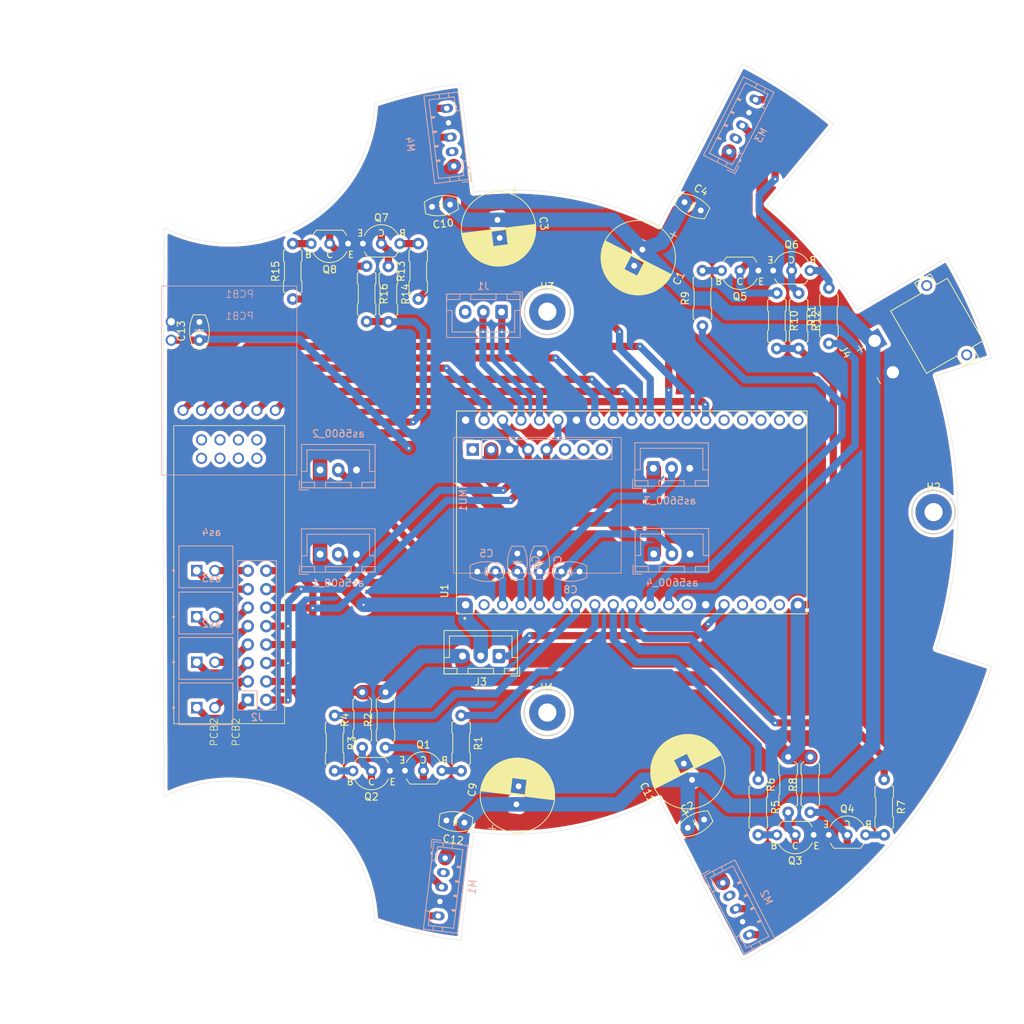
<source format=kicad_pcb>
(kicad_pcb (version 20241229) (generator "pcbnew") (generator_version "9.0")
  (layers (0 "F.Cu" signal) (2 "B.Cu" signal) (13 "F.Paste" user) (15 "B.Paste" user) (5 "F.SilkS" user "F.Silkscreen") (7 "B.SilkS" user "B.Silkscreen") (1 "F.Mask" user) (3 "B.Mask" user) (25 "Edge.Cuts" user))
  (net 0 "")
  (net 1 "+24V")
  (net 2 "GND")
  (net 3 "+5V")
  (net 4 "Net-(M1-DIR)")
  (net 5 "Net-(M1-PWM)")
  (net 6 "Net-(M2-DIR)")
  (net 7 "Net-(M2-PWM)")
  (net 8 "Net-(M3-DIR)")
  (net 9 "Net-(M3-PWM)")
  (net 10 "Net-(M4-DIR)")
  (net 11 "Net-(M4-PWM)")
  (net 12 "Net-(Q1-B)")
  (net 13 "Net-(Q2-B)")
  (net 14 "Net-(Q3-B)")
  (net 15 "Net-(Q4-B)")
  (net 16 "Net-(Q5-B)")
  (net 17 "Net-(Q6-B)")
  (net 18 "Net-(Q7-B)")
  (net 19 "Net-(Q8-B)")
  (net 20 "/esp32/M1_DIR")
  (net 21 "/esp32/M1_PWM")
  (net 22 "/esp32/M2_DIR")
  (net 23 "/esp32/M2_PWM")
  (net 24 "/esp32/M3_DIR")
  (net 25 "/esp32/M3_PWM")
  (net 26 "/esp32/M1_ENC")
  (net 27 "/esp32/M4_DIR")
  (net 28 "/esp32/M4_PWM")
  (net 29 "/esp32/M2_ENC")
  (net 32 "/esp32/M3_ENC")
  (net 33 "/esp32/RADIO.CLK")
  (net 35 "/esp32/M4_ENC")
  (net 36 "/esp32/RADIO.CS")
  (net 37 "/esp32/RADIO.MISO")
  (net 39 "/esp32/I2C.SCL")
  (net 42 "/esp32/RADIO.MOSI")
  (net 44 "+3.3V")
  (net 49 "/esp32/I2C.SDA")
  (net 51 "/esp32/KICKER_EN")
  (net 52 "/esp32/KICKER_PWM")
  (net 53 "/esp32/V_{MON}")
  (net 58 "Net-(PCB1-MISO)")
  (net 59 "Net-(PCB1-SCK)")
  (net 60 "Net-(PCB1-IRQ)")
  (net 61 "/esp32/RADIO.CE")
  (net 62 "Net-(PCB1-MOSI)")
  (net 63 "Net-(PCB1-VCC_{out})")
  (net 64 "Net-(PCB1-CSN)")
  (net 65 "/esp32/RADIO.IRQ")
  (net 66 "Net-(PCB1-GND_{out})")
  (net 67 "Net-(PCB1-CE)")
  (net 70 "/esp32/Blink_IO")
  (net 71 "Net-(J2-Pin_1)")
  (net 72 "Net-(J2-Pin_3)")
  (net 73 "Net-(J2-Pin_7)")
  (net 74 "Net-(J2-Pin_5)")
  (net 75 "Net-(J2-Pin_11)")
  (net 76 "Net-(J2-Pin_9)")
  (net 77 "Net-(J2-Pin_13)")
  (net 78 "Net-(J2-Pin_15)")
  (footprint "PCM_Resistor_THT_AKL:R_Axial_DIN0207_L6.3mm_D2.5mm_P7.62mm_Horizontal" (layer "F.Cu") (at 95 61.1632 -90)
    (property "Reference" "R16")
    (property "Value" "10k" (hide yes))
  )
  (footprint "Oxebots:AMASS_XT30PW-M" (layer "F.Cu") (at 174.8 68.6 -60)
    (property "Reference" "J4")
    (property "Value" "XT30PW-M")
  )
  (footprint "MountingHole:MountingHole_2.5mm_Pad_TopBottom" (layer "F.Cu") (at 119.8621 122.5746)
    (property "Reference" "H1")
    (property "Value" "MountingHole")
  )
  (footprint "PCM_Resistor_THT_AKL:R_Axial_DIN0207_L6.3mm_D2.5mm_P7.62mm_Horizontal" (layer "F.Cu") (at 158.6 71.8 90)
    (property "Reference" "R11")
    (property "Value" "10k" (hide yes))
  )
  (footprint "PCM_Package_TO_SOT_THT_AKL:TO-92_Inline_Wide_ECB" (layer "F.Cu") (at 156.4972 139.4 180)
    (property "Reference" "Q3")
    (property "Value" "2SC945" (hide yes))
  )
  (footprint "PCM_Capacitor_THT_AKL:C_Disc_D5.0mm_W2.5mm_P2.50mm" (layer "F.Cu") (at 138.7406 52.3622 -27)
    (property "Reference" "C4")
    (property "Value" "100 nF" (hide yes))
  )
  (footprint "PCM_Capacitor_THT_AKL:C_Disc_D5.0mm_W2.5mm_P2.50mm" (layer "F.Cu") (at 139.192 138.43 27)
    (property "Reference" "C2")
    (property "Value" "100 nF" (hide yes))
  )
  (footprint "PCM_Resistor_THT_AKL:R_Axial_DIN0207_L6.3mm_D2.5mm_P7.62mm_Horizontal" (layer "F.Cu") (at 94.4 127.4 90)
    (property "Reference" "R4")
    (property "Value" "10k" (hide yes))
  )
  (footprint "PCM_Package_TO_SOT_THT_AKL:TO-92_Inline_Wide_ECB" (layer "F.Cu") (at 148.8948 61.7728 180)
    (property "Reference" "Q5")
    (property "Value" "2SC945" (hide yes))
  )
  (footprint "PCM_Resistor_THT_AKL:R_Axial_DIN0207_L6.3mm_D2.5mm_P7.62mm_Horizontal" (layer "F.Cu") (at 97.6 127.4 90)
    (property "Reference" "R2")
    (property "Value" "10k" (hide yes))
  )
  (footprint "PCM_Resistor_THT_AKL:R_Axial_DIN0207_L6.3mm_D2.5mm_P7.62mm_Horizontal" (layer "F.Cu") (at 148.8772 131.78 -90)
    (property "Reference" "R5")
    (property "Value" "10k" (hide yes))
  )
  (footprint "PCM_Resistor_THT_AKL:R_Axial_DIN0207_L6.3mm_D2.5mm_P7.62mm_Horizontal" (layer "F.Cu") (at 152.992 136.3012 90)
    (property "Reference" "R6")
    (property "Value" "10k" (hide yes))
  )
  (footprint "PCM_Capacitor_THT_AKL:C_Disc_D5.0mm_W2.5mm_P2.50mm" (layer "F.Cu") (at 72 71.3476 90)
    (property "Reference" "C13")
    (property "Value" "100 nF" (hide yes))
  )
  (footprint "PCM_Resistor_THT_AKL:R_Axial_DIN0207_L6.3mm_D2.5mm_P7.62mm_Horizontal" (layer "F.Cu") (at 166.2 131.78 -90)
    (property "Reference" "R7")
    (property "Value" "10k" (hide yes))
  )
  (footprint "Connector_JST:JST_XH_B3B-XH-A_1x03_P2.50mm_Vertical" (layer "F.Cu") (at 113.2 114.8 180)
    (property "Reference" "J3")
    (property "Value" "JST_XH_B3B")
  )
  (footprint "PCM_Resistor_THT_AKL:R_Axial_DIN0207_L6.3mm_D2.5mm_P7.62mm_Horizontal" (layer "F.Cu") (at 151.4348 64.8716 -90)
    (property "Reference" "R10")
    (property "Value" "10k" (hide yes))
  )
  (footprint "PCM_Resistor_THT_AKL:R_Axial_DIN0207_L6.3mm_D2.5mm_P7.62mm_Horizontal" (layer "F.Cu") (at 84.836 65.6844 90)
    (property "Reference" "R15")
    (property "Value" "10k" (hide yes))
  )
  (footprint "Capacitor_THT:CP_Radial_D10.0mm_P2.50mm" (layer "F.Cu") (at 115.6 135.2 83)
    (property "Reference" "C9")
    (property "Value" "47uF")
  )
  (footprint "Oxebots:NRF24L01" (layer "F.Cu") (at 76.0987 103.6063 -90)
    (property "Reference" "PCB2")
    (property "Value" "~")
  )
  (footprint "PCM_Resistor_THT_AKL:R_Axial_DIN0207_L6.3mm_D2.5mm_P7.62mm_Horizontal" (layer "F.Cu") (at 141.2 69.4 90)
    (property "Reference" "R9")
    (property "Value" "10k" (hide yes))
  )
  (footprint "PCM_Package_TO_SOT_THT_AKL:TO-92_Inline_Wide_ECB" (layer "F.Cu") (at 150.9268 61.7728)
    (property "Reference" "Q6")
    (property "Value" "2SC945" (hide yes))
  )
  (footprint "PCM_Resistor_THT_AKL:R_Axial_DIN0207_L6.3mm_D2.5mm_P7.62mm_Horizontal" (layer "F.Cu") (at 102.108 65.6844 90)
    (property "Reference" "R13")
    (property "Value" "10k" (hide yes))
  )
  (footprint "Capacitor_THT:CP_Radial_D10.0mm_P2.50mm" (layer "F.Cu") (at 132.941059 58.886242 -117)
    (property "Reference" "C1")
    (property "Value" "47uF")
  )
  (footprint "PCM_Resistor_THT_AKL:R_Axial_DIN0207_L6.3mm_D2.5mm_P7.62mm_Horizontal" (layer "F.Cu") (at 108 122.98 -90)
    (property "Reference" "R1")
    (property "Value" "10k" (hide yes))
  )
  (footprint "PCM_Package_TO_SOT_THT_AKL:TO-92_Inline_Wide_ECB" (layer "F.Cu") (at 94.488 58.0644)
    (property "Reference" "Q7")
    (property "Value" "2SC945" (hide yes))
  )
  (footprint "Capacitor_THT:CP_Radial_D10.0mm_P2.50mm" (layer "F.Cu") (at 139.767488 131.827447 117)
    (property "Reference" "C11")
    (property "Value" "47uF")
  )
  (footprint "PCM_Package_TO_SOT_THT_AKL:TO-92_Inline_Wide_ECB" (layer "F.Cu") (at 98.2 130.6 180)
    (property "Reference" "Q2")
    (property "Value" "2SC945" (hide yes))
  )
  (footprint "PCM_Package_TO_SOT_THT_AKL:TO-92_Inline_Wide_ECB" (layer "F.Cu") (at 158.58 139.4)
    (property "Reference" "Q4")
    (property "Value" "2SC945" (hide yes))
  )
  (footprint "PCM_Resistor_THT_AKL:R_Axial_DIN0207_L6.3mm_D2.5mm_P7.62mm_Horizontal" (layer "F.Cu") (at 98 61.2 -90)
    (property "Reference" "R14")
    (property "Value" "10k" (hide yes))
  )
  (footprint "PCM_Package_TO_SOT_THT_AKL:TO-92_Inline_Wide_ECB" (layer "F.Cu") (at 100.273328 130.567868)
    (property "Reference" "Q1")
    (property "Value" "2SC945" (hide yes))
  )
  (footprint "PCM_Package_TO_SOT_THT_AKL:TO-92_Inline_Wide_ECB" (layer "F.Cu") (at 92.456 58.0644 180)
    (property "Reference" "Q8")
    (property "Value" "2SC945" (hide yes))
  )
  (footprint "Capacitor_THT:CP_Radial_D10.0mm_P2.50mm" (layer "F.Cu") (at 113 54.8 -83)
    (property "Reference" "C3")
    (property "Value" "47uF")
  )
  (footprint "PCM_Resistor_THT_AKL:R_Axial_DIN0207_L6.3mm_D2.5mm_P7.62mm_Horizontal" (layer "F.Cu") (at 90.6 122.98 -90)
    (property "Reference" "R3")
    (property "Value" "10k" (hide yes))
  )
  (footprint "MountingHole:MountingHole_2.5mm_Pad_TopBottom" (layer "F.Cu") (at 119.8621 67.4254)
    (property "Reference" "H3")
    (property "Value" "MountingHole")
  )
  (footprint "PCM_Resistor_THT_AKL:R_Axial_DIN0207_L6.3mm_D2.5mm_P7.62mm_Horizontal" (layer "F.Cu") (at 156.04 136.3012 90)
    (property "Reference" "R8")
    (property "Value" "10k" (hide yes))
  )
  (footprint "PCM_Capacitor_THT_AKL:C_Disc_D5.0mm_W2.5mm_P2.50mm" (layer "F.Cu") (at 106.481365 52.695327 -173)
    (property "Reference" "C10")
    (property "Value" "100 nF" (hide yes))
  )
  (footprint "Oxebots:MODULE_ESP32-DEVKITC-32U" (layer "F.Cu") (at 131.4704 95.0468 90)
    (property "Reference" "U1")
    (property "Value" "ESP32-DEVKITC-32U")
  )
  (footprint "MountingHole:MountingHole_2.5mm_Pad_TopBottom" (layer "F.Cu") (at 173 95)
    (property "Reference" "H2")
    (property "Value" "MountingHole")
  )
  (footprint "PCM_Resistor_THT_AKL:R_Axial_DIN0207_L6.3mm_D2.5mm_P7.62mm_Horizontal" (layer "F.Cu") (at 154.432 64.8716 -90)
    (property "Reference" "R12")
    (property "Value" "10k" (hide yes))
  )
  (footprint "PCM_Capacitor_THT_AKL:C_Disc_D5.0mm_W2.5mm_P2.50mm" (layer "F.Cu") (at 108.458 137.7188 173)
    (property "Reference" "C12")
    (property "Value" "100 nF" (hide yes))
  )
  (footprint "Oxebots:HY-5_P2.00mm_Vertical" (layer "B.Cu") (at 105.8 142.6 -96.8)
    (property "Reference" "M1")
    (property "Value" "~")
  )
  (footprint "PCM_Capacitor_THT_AKL:C_Disc_D5.0mm_W2.5mm_P2.50mm" (layer "B.Cu") (at 112.7336 103.1868 180)
    (property "Reference" "C5")
    (property "Value" "100 nF" (hide yes))
  )
  (footprint "Oxebots:HY-5_P2.00mm_Vertical" (layer "B.Cu") (at 144 146 -63)
    (property "Reference" "M2")
    (property "Value" "~")
  )
  (footprint "Oxebots:JST_B2B-XH-A" (layer "B.Cu") (at 72.8888 108.8766 180)
    (property "Reference" "as3")
    (property "Value" "M3_ENC_I2C")
  )
  (footprint "Oxebots:NRF24L01_PWR_ADP" (layer "B.Cu") (at 76 76.936 90)
    (property "Reference" "PCB1")
    (property "Value" "~")
  )
  (footprint "Connector_JST:JST_XH_B3B-XH-A_1x03_P2.50mm_Vertical" (layer "B.Cu") (at 88.6 100.799999)
    (property "Reference" "as5600_1")
    (property "Value" "M1_ENC_AN")
  )
  (footprint "Connector_JST:JST_XH_B3B-XH-A_1x03_P2.50mm_Vertical" (layer "B.Cu") (at 88.6 89.199999)
    (property "Reference" "as5600_2")
    (property "Value" "M2_ENC_AN")
  )
  (footprint "PCM_Capacitor_THT_AKL:C_Disc_D5.0mm_W2.5mm_P2.50mm" (layer "B.Cu") (at 121.7976 103.1748)
    (property "Reference" "C8")
    (property "Value" "100 nF" (hide yes))
  )
  (footprint "Oxebots:JST_B2B-XH-A" (layer "B.Cu") (at 72.8888 115.125 180)
    (property "Reference" "as2")
    (property "Value" "M2_ENC_I2C" (hide yes))
  )
  (footprint "Connector_JST:JST_XH_B3B-XH-A_1x03_P2.50mm_Vertical" (layer "B.Cu") (at 134.503 100.7618)
    (property "Reference" "as5600_4")
    (property "Value" "M4_ENC_AN")
  )
  (footprint "Connector_PinHeader_2.54mm:PinHeader_2x08_P2.54mm_Vertical" (layer "B.Cu") (at 78.66 120.84)
    (property "Reference" "J2")
    (property "Value" "Jumpers")
  )
  (footprint "PCM_Capacitor_THT_AKL:C_Disc_D5.0mm_W2.5mm_P2.50mm" (layer "B.Cu") (at 118.8058 103.1748 90)
    (property "Reference" "C7")
    (property "Value" "100 nF" (hide yes))
  )
  (footprint "Connector_JST:JST_XH_B3B-XH-A_1x03_P2.50mm_Vertical" (layer "B.Cu") (at 134.4522 88.9762)
    (property "Reference" "as5600_3")
    (property "Value" "M3_ENC_AN")
  )
  (footprint "Oxebots:JST_B2B-XH-A" (layer "B.Cu") (at 72.8888 102.5266 180)
    (property "Reference" "as4")
    (property "Value" "M4_ENC_I2C")
  )
  (footprint "Oxebots:JST_B2B-XH-A" (layer "B.Cu") (at 72.8888 121.3734 180)
    (property "Reference" "as1" (hide yes))
    (property "Value" "M1_ENC_I2C")
  )
  (footprint "Connector_JST:JST_XH_B3B-XH-A_1x03_P2.50mm_Vertical" (layer "B.Cu") (at 113.5634 67.4624 180)
    (property "Reference" "J1")
    (property "Value" "JST_XH_B3B")
  )
  (footprint "PCM_Capacitor_THT_AKL:C_Disc_D5.0mm_W2.5mm_P2.50mm" (layer "B.Cu") (at 115.7336 103.1868 90)
    (property "Reference" "C6")
    (property "Value" "100 nF" (hide yes))
  )
  (footprint "Oxebots:GY-085" (layer "B.Cu") (at 117.4704 93.0468 -90)
    (property "Reference" "IMU1")
    (property "Value" "GY 85")
  )
  (footprint "Oxebots:HY-5_P2.00mm_Vertical" (layer "B.Cu") (at 107 47.4 97)
    (property "Reference" "M4")
    (property "Value" "~")
  )
  (footprint "Oxebots:HY-5_P2.00mm_Vertical" (layer "B.Cu") (at 144.869773 45.392764 63)
    (property "Reference" "M3")
    (property "Value" "~")
  )
  (gr_line (start 180.981532 73.776495) (end 173.365821 76.226178) (stroke (width 0.05)) (layer "Edge.Cuts"))
  (gr_circle (center 173 95) (end 170.015 95) (stroke (width 0.2)) (fill no) (layer "Edge.Cuts"))
  (gr_arc (start 173.365821 76.226178) (mid 175.570149 85.498292) (end 176.310892 95) (stroke (width 0.05)) (layer "Edge.Cuts"))
  (gr_arc (start 150.116453 52.65578) (mid 156.935952 59.396992) (end 162.481248 67.219983) (stroke (width 0.05)) (layer "Edge.Cuts"))
  (gr_line (start 109.72975 138.996359) (end 107.945658 153.889882) (stroke (width 0.05)) (layer "Edge.Cuts"))
  (gr_line (start 67 95) (end 67.131121 55.866929) (stroke (width 0.05)) (layer "Edge.Cuts"))
  (gr_line (start 135.23321 55.578276) (end 146.648704 33.336727) (stroke (width 0.05)) (layer "Edge.Cuts"))
  (gr_arc (start 135.233211 134.421724) (mid 122.82332 138.614805) (end 109.729744 138.996359) (stroke (width 0.05)) (layer "Edge.Cuts"))
  (gr_line (start 159.244879 41.648426) (end 150.116453 52.65578) (stroke (width 0.05)) (layer "Edge.Cuts"))
  (gr_arc (start 96.101533 38.780522) (mid 86.277073 55.226132) (end 67.131121 55.866929) (stroke (width 0.05)) (layer "Edge.Cuts"))
  (gr_arc (start 180.981532 116.223505) (mid 167.837115 139.858014) (end 146.648718 156.663298) (stroke (width 0.05)) (layer "Edge.Cuts"))
  (gr_line (start 135.23321 134.421724) (end 146.648704 156.663273) (stroke (width 0.05)) (layer "Edge.Cuts"))
  (gr_line (start 174.823899 59.998559) (end 162.481248 67.219983) (stroke (width 0.05)) (layer "Edge.Cuts"))
  (gr_circle (center 119.862149 67.425383) (end 123.015 67.425383) (stroke (width 0.2)) (fill no) (layer "Edge.Cuts"))
  (gr_arc (start 107.945662 153.889883) (mid 101.955085 152.858554) (end 96.101532 151.219478) (stroke (width 0.05)) (layer "Edge.Cuts"))
  (gr_line (start 109.72975 51.003641) (end 107.945658 36.110118) (stroke (width 0.05)) (layer "Edge.Cuts"))
  (gr_arc (start 146.648704 33.336727) (mid 153.173683 37.148728) (end 159.244878 41.648426) (stroke (width 0.05)) (layer "Edge.Cuts"))
  (gr_arc (start 176.310892 95) (mid 175.570148 104.501708) (end 173.365821 113.773822) (stroke (width 0.05)) (layer "Edge.Cuts"))
  (gr_arc (start 67.131121 134.133071) (mid 86.277073 134.773868) (end 96.101533 151.219478) (stroke (width 0.05)) (layer "Edge.Cuts"))
  (gr_line (start 67 95) (end 67.131121 134.133071) (stroke (width 0.05)) (layer "Edge.Cuts"))
  (gr_arc (start 96.101532 38.780522) (mid 101.955085 37.141448) (end 107.945662 36.110117) (stroke (width 0.05)) (layer "Edge.Cuts"))
  (gr_circle (center 119.862143 122.574619) (end 122.015 124.91) (stroke (width 0.2)) (fill no) (layer "Edge.Cuts"))
  (gr_line (start 180.981532 116.223505) (end 173.365821 113.773822) (stroke (width 0.05)) (layer "Edge.Cuts"))
  (gr_arc (start 174.823899 59.998559) (mid 178.278824 66.719437) (end 180.981532 73.776495) (stroke (width 0.05)) (layer "Edge.Cuts"))
  (gr_arc (start 109.729744 51.003641) (mid 122.823319 51.385199) (end 135.233211 55.578276) (stroke (width 0.05)) (layer "Edge.Cuts"))
  (segment (start 144.869773 46.233027) (end 144.869773 45.392764) (width 2) (layer "F.Cu") (net 1))
  (segment (start 144 146) (end 139.192 138.43) (width 2) (layer "F.Cu") (net 1))
  (segment (start 139.192 138.43) (end 139.192 138.543244) (width 2) (layer "F.Cu") (net 1))
  (segment (start 105.8 142.6) (end 108.458 137.7188) (width 2) (layer "F.Cu") (net 1))
  (segment (start 106.481365 47.918635) (end 107 47.4) (width 2) (layer "F.Cu") (net 1))
  (segment (start 106.481365 52.695327) (end 106.481365 47.918635) (width 2) (layer "F.Cu") (net 1))
  (segment (start 138.7406 52.3622) (end 144.869773 46.233027) (width 2) (layer "F.Cu") (net 1))
  (segment (start 139.192 132.402935) (end 139.767488 131.827447) (width 2) (layer "B.Cu") (net 1))
  (segment (start 139.654817 65.6) (end 132.941059 58.886242) (width 2) (layer "B.Cu") (net 1))
  (segment (start 108.586038 54.8) (end 106.481365 52.695327) (width 2) (layer "B.Cu") (net 1))
  (segment (start 139.192 138.43) (end 139.192 132.402935) (width 2) (layer "B.Cu") (net 1))
  (segment (start 115.6 135.2) (end 110.9768 135.2) (width 2) (layer "B.Cu") (net 1))
  (segment (start 132.941059 58.886242) (end 128.854817 54.8) (width 2) (layer "B.Cu") (net 1))
  (segment (start 164.694546 127.105454) (end 159.2 132.6) (width 2) (layer "B.Cu") (net 1))
  (segment (start 144.6 67.6) (end 142.6 65.6) (width 2) (layer "B.Cu") (net 1))
  (segment (start 164.414757 71.434935) (end 164.889746 71.434935) (width 2) (layer "B.Cu") (net 1))
  (segment (start 136.885245 55.885245) (end 135.538041 57.938041) (width 2) (layer "B.Cu") (net 1))
  (segment (start 150 135.4) (end 145 135.4) (width 2) (layer "B.Cu") (net 1))
  (segment (start 164.889746 71.434935) (end 164.694546 71.630135) (width 2) (layer "B.Cu") (net 1))
  (segment (start 110.9768 135.2) (end 108.458 137.7188) (width 2) (layer "B.Cu") (net 1))
  (segment (start 129.678296 135.2) (end 133.050849 131.827447) (width 2) (layer "B.Cu") (net 1))
  (segment (start 128.854817 54.8) (end 113 54.8) (width 2) (layer "B.Cu") (net 1))
  (segment (start 141.427447 131.827447) (end 139.767488 131.827447) (width 2) (layer "B.Cu") (net 1))
  (segment (start 145 135.4) (end 141.427447 131.827447) (width 2) (layer "B.Cu") (net 1))
  (segment (start 135.538041 57.938041) (end 132.941059 58.886242) (width 2) (layer "B.Cu") (net 1))
  (segment (start 152.8 132.6) (end 150 135.4) (width 2) (layer "B.Cu") (net 1))
  (segment (start 115.6 135.2) (end 129.678296 135.2) (width 2) (layer "B.Cu") (net 1))
  (segment (start 160.579822 67.6) (end 164.414757 71.434935) (width 2) (layer "B.Cu") (net 1))
  (segment (start 133.050849 131.827447) (end 139.767488 131.827447) (width 2) (layer "B.Cu") (net 1))
  (segment (start 138.74063 52.362228) (end 136.885245 55.885245) (width 2) (layer "B.Cu") (net 1))
  (segment (start 160.579822 67.6) (end 144.6 67.6) (width 2) (layer "B.Cu") (net 1))
  (segment (start 159.2 132.6) (end 152.8 132.6) (width 2) (layer "B.Cu") (net 1))
  (segment (start 164.694546 71.630135) (end 164.694546 127.105454) (width 2) (layer "B.Cu") (net 1))
  (segment (start 113 54.8) (end 108.586038 54.8) (width 2) (layer "B.Cu") (net 1))
  (segment (start 142.6 65.6) (end 139.654817 65.6) (width 2) (layer "B.Cu") (net 1))
  (segment (start 71.9604 68.808) (end 72 68.8476) (width 1) (layer "F.Cu") (net 2))
  (segment (start 68.126 68.808) (end 71.9604 68.808) (width 1) (layer "F.Cu") (net 2))
  (segment (start 79 97) (end 72 97) (width 1) (layer "F.Cu") (net 3))
  (segment (start 142.208133 117.897333) (end 152.992 128.6812) (width 2) (layer "F.Cu") (net 3))
  (segment (start 95 68.7832) (end 97.9632 68.7832) (width 1) (layer "F.Cu") (net 3))
  (segment (start 110.297333 117.897333) (end 142.208133 117.897333) (width 2) (layer "F.Cu") (net 3))
  (segment (start 72.2 127) (end 81.4 127) (width 1) (layer "F.Cu") (net 3))
  (segment (start 72 97) (end 68.8 100.2) (width 1) (layer "F.Cu") (net 3))
  (segment (start 159.2 77.2596) (end 159.2 104.2) (width 1) (layer "F.Cu") (net 3))
  (segment (start 68.8 123.6) (end 72.2 127) (width 1) (layer "F.Cu") (net 3))
  (segment (start 97.9632 68.7832) (end 98 68.82) (width 1) (layer "F.Cu") (net 3))
  (segment (start 108.2 114.800001) (end 108.2 115.8) (width 2) (layer "F.Cu") (net 3))
  (segment (start 108.2 115.8) (end 110.297333 117.897333) (width 2) (layer "F.Cu") (net 3))
  (segment (start 101.4 82.6) (end 86.4 82.6) (width 1) (layer "F.Cu") (net 3))
  (segment (start 152.992 128.6812) (end 156.04 128.6812) (width 2) (layer "F.Cu") (net 3))
  (segment (start 83 93) (end 79 97) (width 1) (layer "F.Cu") (net 3))
  (segment (start 97.6 119.78) (end 94.4 119.78) (width 2) (layer "F.Cu") (net 3))
  (segment (start 88.62 119.78) (end 94.4 119.78) (width 1) (layer "F.Cu") (net 3))
  (segment (start 155.6532 107.7468) (end 154.3404 107.7468) (width 1) (layer "F.Cu") (net 3))
  (segment (start 68.8 100.2) (end 68.8 123.6) (width 1) (layer "F.Cu") (net 3))
  (segment (start 154.432 72.4916) (end 159.2 77.2596) (width 1) (layer "F.Cu") (net 3))
  (segment (start 81.4 127) (end 88.62 119.78) (width 1) (layer "F.Cu") (net 3))
  (segment (start 159.2 104.2) (end 155.6532 107.7468) (width 1) (layer "F.Cu") (net 3))
  (segment (start 83 86) (end 83 93) (width 1) (layer "F.Cu") (net 3))
  (segment (start 86.4 82.6) (end 83 86) (width 1) (layer "F.Cu") (net 3))
  (via (at 101.4 82.6) (size 0.6) (drill 0.3) (layers "F.Cu" "B.Cu") (net 3))
  (segment (start 154.3404 127.3328) (end 154.3404 107.7468) (width 2) (layer "B.Cu") (net 3))
  (segment (start 102.8 70) (end 102.8 81.2) (width 1) (layer "B.Cu") (net 3))
  (segment (start 102.579999 114.800001) (end 97.6 119.78) (width 2) (layer "B.Cu") (net 3))
  (segment (start 98 68.82) (end 101.62 68.82) (width 1) (layer "B.Cu") (net 3))
  (segment (start 101.62 68.82) (end 102.8 70) (width 1) (layer "B.Cu") (net 3))
  (segment (start 108.2 114.800001) (end 102.579999 114.800001) (width 2) (layer "B.Cu") (net 3))
  (segment (start 154.432 72.4916) (end 151.4348 72.4916) (width 1) (layer "B.Cu") (net 3))
  (segment (start 102.8 81.2) (end 101.4 82.6) (width 1) (layer "B.Cu") (net 3))
  (segment (start 152.992 128.6812) (end 154.3404 127.3328) (width 2) (layer "B.Cu") (net 3))
  (segment (start 102.813328 144.058802) (end 102.813328 130.567868) (width 1) (layer "F.Cu") (net 4))
  (segment (start 105.326385 146.571859) (end 102.813328 144.058802) (width 1) (layer "F.Cu") (net 4))
  (segment (start 97.6 127.4) (end 101.4 127.4) (width 1) (layer "B.Cu") (net 4))
  (segment (start 102.813328 128.813328) (end 102.813328 130.567868) (width 1) (layer "B.Cu") (net 4))
  (segment (start 101.4 127.4) (end 102.813328 128.813328) (width 1) (layer "B.Cu") (net 4))
  (segment (start 104.852768 150.543724) (end 101.943724 150.543724) (width 1) (layer "F.Cu") (net 5))
  (segment (start 95.625904 144.225904) (end 95.66 144.191808) (width 1) (layer "F.Cu") (net 5))
  (segment (start 101.943724 150.543724) (end 95.625904 144.225904) (width 1) (layer "F.Cu") (net 5))
  (segment (start 95.66 144.191808) (end 95.66 130.6) (width 1) (layer "F.Cu") (net 5))
  (segment (start 94.4 129.34) (end 95.66 130.6) (width 1) (layer "B.Cu") (net 5))
  (segment (start 94.4 127.4) (end 94.4 129.34) (width 1) (layer "B.Cu") (net 5))
  (segment (start 153.9572 144.6428) (end 149.035975 149.564025) (width 1) (layer "F.Cu") (net 6))
  (segment (start 149.035975 149.564025) (end 145.815962 149.564025) (width 1) (layer "F.Cu") (net 6))
  (segment (start 153.9572 139.4) (end 153.9572 144.6428) (width 1) (layer "F.Cu") (net 6))
  (segment (start 152.992 138.4348) (end 153.9572 139.4) (width 1) (layer "B.Cu") (net 6))
  (segment (start 152.992 136.3012) (end 152.992 138.4348) (width 1) (layer "B.Cu") (net 6))
  (segment (start 161.12 139.4) (end 161.12 142.28) (width 1) (layer "F.Cu") (net 7))
  (segment (start 161.12 142.28) (end 150.271947 153.128053) (width 1) (layer "F.Cu") (net 7))
  (segment (start 150.271947 153.128053) (end 147.631923 153.128053) (width 1) (layer "F.Cu") (net 7))
  (segment (start 158.0212 136.3012) (end 161.12 139.4) (width 1) (layer "B.Cu") (net 7))
  (segment (start 156.04 136.3012) (end 158.0212 136.3012) (width 1) (layer "B.Cu") (net 7))
  (segment (start 146.3548 61.7728) (end 147.6 60.5276) (width 1) (layer "F.Cu") (net 8))
  (segment (start 147.6 60.5276) (end 147.6 42.6) (width 1) (layer "F.Cu") (net 8))
  (segment (start 147.456997 42.6) (end 146.685735 41.828738) (width 1) (layer "F.Cu") (net 8))
  (segment (start 147.6 42.6) (end 147.456997 42.6) (width 1) (layer "F.Cu") (net 8))
  (segment (start 151.4348 64.8716) (end 147.2692 64.8716) (width 1) (layer "B.Cu") (net 8))
  (segment (start 147.2692 64.8716) (end 146.3548 63.9572) (width 1) (layer "B.Cu") (net 8))
  (segment (start 146.3548 63.9572) (end 146.3548 61.7728) (width 1) (layer "B.Cu") (net 8))
  (segment (start 150.464712 38.264712) (end 148.501697 38.264712) (width 1) (layer "F.Cu") (net 9))
  (segment (start 151.2 39) (end 150.464712 38.264712) (width 1) (layer "F.Cu") (net 9))
  (segment (start 151.2 49.2) (end 151.2 39) (width 1) (layer "F.Cu") (net 9))
  (via (at 151.2 49.2) (size 0.6) (drill 0.3) (layers "F.Cu" "B.Cu") (net 9))
  (segment (start 153.4668 58.0668) (end 149 53.6) (width 1) (layer "B.Cu") (net 9))
  (segment (start 153.4668 61.7728) (end 153.4668 63.9064) (width 1) (layer "B.Cu") (net 9))
  (segment (start 149 51.4) (end 151.2 49.2) (width 1) (layer "B.Cu") (net 9))
  (segment (start 153.4668 63.9064) (end 154.432 64.8716) (width 1) (layer "B.Cu") (net 9))
  (segment (start 149 53.6) (end 149 51.4) (width 1) (layer "B.Cu") (net 9))
  (segment (start 153.4668 61.7728) (end 153.4668 58.0668) (width 1) (layer "B.Cu") (net 9))
  (segment (start 98 61.2) (end 98 59.0364) (width 1) (layer "F.Cu") (net 10))
  (segment (start 97.028 51.514342) (end 97.028 58.0644) (width 1) (layer "F.Cu") (net 10))
  (segment (start 106.512524 43.429818) (end 105.112524 43.429818) (width 1) (layer "F.Cu") (net 10))
  (segment (start 105.112524 43.429818) (end 97.028 51.514342) (width 1) (layer "F.Cu") (net 10))
  (segment (start 98 59.0364) (end 97.028 58.0644) (width 1) (layer "F.Cu") (net 10))
  (segment (start 106.025046 39.459631) (end 102.340369 39.459631) (width 1) (layer "F.Cu") (net 11))
  (segment (start 89.916 54.084) (end 89.916 58.0644) (width 1) (layer "F.Cu") (net 11))
  (segment (start 102.340369 39.459631) (end 96.6 45.2) (width 1) (layer "F.Cu") (net 11))
  (segment (start 93.0148 61.1632) (end 89.916 58.0644) (width 1) (layer "F.Cu") (net 11))
  (segment (start 96.6 45.2) (end 96.6 46.6) (width 1) (layer "F.Cu") (net 11))
  (segment (start 96.6 46.6) (end 89.916 54.084) (width 1) (layer "F.Cu") (net 11))
  (segment (start 95 61.1632) (end 93.0148 61.1632) (width 1) (layer "F.Cu") (net 11))
  (segment (start 105.353328 130.567868) (end 107.967868 130.567868) (width 1) (layer "B.Cu") (net 12))
  (segment (start 107.967868 130.567868) (end 108 130.6) (width 1) (layer "B.Cu") (net 12))
  (segment (start 90.6 130.6) (end 93.12 130.6) (width 1) (layer "B.Cu") (net 13))
  (segment (start 148.8772 139.4) (end 151.4172 139.4) (width 1) (layer "B.Cu") (net 14))
  (segment (start 166.2 139.4) (end 163.66 139.4) (width 1) (layer "B.Cu") (net 15))
  (segment (start 143.8076 61.78) (end 143.8148 61.7728) (width 1) (layer "B.Cu") (net 16))
  (segment (start 141.2 61.78) (end 143.8076 61.78) (width 1) (layer "B.Cu") (net 16))
  (segment (start 157.851514 62.148486) (end 158.435699 62.923798) (width 1) (layer "B.Cu") (net 17))
  (segment (start 157.568441 61.7728) (end 157.851514 62.148486) (width 1) (layer "B.Cu") (net 17))
  (segment (start 158.6 64.18) (end 158.6 63.141853) (width 1) (layer "B.Cu") (net 17))
  (segment (start 156.0068 61.7728) (end 157.568441 61.7728) (width 1) (layer "B.Cu") (net 17))
  (segment (start 158.6 63.141853) (end 157.851514 62.148486) (width 1) (layer "B.Cu") (net 17))
  (segment (start 99.568 58.0644) (end 102.108 58.0644) (width 1) (layer "F.Cu") (net 18))
  (segment (start 87.376 58.0644) (end 84.836 58.0644) (width 1) (layer "F.Cu") (net 19))
  (segment (start 126.4004 107.7468) (end 126.4004 110.7996) (width 1) (layer "B.Cu") (net 20))
  (segment (start 118.6 117) (end 112.6 123) (width 1) (layer "B.Cu") (net 20))
  (segment (start 112.6 123) (end 112.58 122.98) (width 1) (layer "B.Cu") (net 20))
  (segment (start 112.58 122.98) (end 108 122.98) (width 1) (layer "B.Cu") (net 20))
  (segment (start 126.4004 110.7996) (end 120.2 117) (width 1) (layer "B.Cu") (net 20))
  (segment (start 120.2 117) (end 118.6 117) (width 1) (layer "B.Cu") (net 20))
  (segment (start 90.6 122.98) (end 104.22 122.98) (width 1) (layer "B.Cu") (net 21))
  (segment (start 104.22 122.98) (end 107.2 120) (width 1) (layer "B.Cu") (net 21))
  (segment (start 112.8 120) (end 123.8604 108.9396) (width 1) (layer "B.Cu") (net 21))
  (segment (start 107.2 120) (end 112.8 120) (width 1) (layer "B.Cu") (net 21))
  (segment (start 123.8604 108.9396) (end 123.8604 107.7468) (width 1) (layer "B.Cu") (net 21))
  (segment (start 132 115.6) (end 137.4 115.6) (width 1) (layer "B.Cu") (net 22))
  (segment (start 137.4 115.6) (end 148.8772 127.0772) (width 1) (layer "B.Cu") (net 22))
  (segment (start 128.9404 107.7468) (end 128.9404 112.5404) (width 1) (layer "B.Cu") (net 22))
  (segment (start 128.9404 112.5404) (end 132 115.6) (width 1) (layer "B.Cu") (net 22))
  (segment (start 148.8772 127.0772) (end 148.8772 131.78) (width 1) (layer "B.Cu") (net 22))
  (segment (start 166.2 131.78) (end 166.2 128.8) (width 1) (layer "F.Cu") (net 23))
  (segment (start 166.2 128.8) (end 161.4 124) (width 1) (layer "F.Cu") (net 23))
  (segment (start 151.2 124) (end 161.4 124) (width 1) (layer "F.Cu") (net 23))
  (via (at 151.2 124) (size 0.6) (drill 0.3) (layers "F.Cu" "B.Cu") (net 23))
  (segment (start 133.2804 112.4) (end 131.4804 110.6) (width 1) (layer "B.Cu") (net 23))
  (segment (start 151.2 124) (end 139.6 112.4) (width 1) (layer "B.Cu") (net 23))
  (segment (start 131.4804 110.6) (end 131.4804 107.7468) (width 1) (layer "B.Cu") (net 23))
  (segment (start 139.6 112.4) (end 133.2804 112.4) (width 1) (layer "B.Cu") (net 23))
  (segment (start 141.8 103) (end 137 103) (width 1) (layer "B.Cu") (net 24))
  (segment (start 141.2 71) (end 147 76.8) (width 1) (layer "B.Cu") (net 24))
  (segment (start 134.0204 105.9796) (end 134.0204 107.7468) (width 1) (layer "B.Cu") (net 24))
  (segment (start 141.2 69.4) (end 141.2 71) (width 1) (layer "B.Cu") (net 24))
  (segment (start 160.4 80.2) (end 160.4 84.4) (width 1) (layer "B.Cu") (net 24))
  (segment (start 147 76.8) (end 157 76.8) (width 1) (layer "B.Cu") (net 24))
  (segment (start 137 103) (end 134.0204 105.9796) (width 1) (layer "B.Cu") (net 24))
  (segment (start 160.4 84.4) (end 141.8 103) (width 1) (layer "B.Cu") (net 24))
  (segment (start 157 76.8) (end 160.4 80.2) (width 1) (layer "B.Cu") (net 24))
  (segment (start 136.5604 106.2396) (end 136.5604 107.7468) (width 1) (layer "B.Cu") (net 25))
  (segment (start 159.98 71.8) (end 162.2 74.02) (width 1) (layer "B.Cu") (net 25))
  (segment (start 158.6 71.8) (end 159.98 71.8) (width 1) (layer "B.Cu") (net 25))
  (segment (start 162.2 85.8) (end 142.8 105.2) (width 1) (layer "B.Cu") (net 25))
  (segment (start 162.2 74.02) (end 162.2 85.8) (width 1) (layer "B.Cu") (net 25))
  (segment (start 142.8 105.2) (end 137.6 105.2) (width 1) (layer "B.Cu") (net 25))
  (segment (start 137.6 105.2) (end 136.5604 106.2396) (width 1) (layer "B.Cu") (net 25))
  (segment (start 111.2326 104.6878) (end 112.7336 103.1868) (width 1) (layer "F.Cu") (net 26))
  (segment (start 91.1 100.799999) (end 94.987801 104.6878) (width 1) (layer "F.Cu") (net 26))
  (segment (start 94.987801 104.6878) (end 111.2326 104.6878) (width 1) (layer "F.Cu") (net 26))
  (segment (start 113.7004 104.1536) (end 112.7336 103.1868) (width 1) (layer "B.Cu") (net 26))
  (segment (start 113.7004 107.7468) (end 113.7004 104.1536) (width 1) (layer "B.Cu") (net 26))
  (segment (start 129.8 70.2) (end 122.871532 63.271532) (width 1) (layer "F.Cu") (net 27))
  (segment (start 122.871532 63.271532) (end 104.520868 63.271532) (width 1) (layer "F.Cu") (net 27))
  (segment (start 104.520868 63.271532) (end 102.108 65.6844) (width 1) (layer "F.Cu") (net 27))
  (via (at 129.8 70.2) (size 0.6) (drill 0.3) (layers "F.Cu" "B.Cu") (net 27))
  (segment (start 134.0204 82.3468) (end 134.0204 76.68113) (width 1) (layer "B.Cu") (net 27))
  (segment (start 129.8 72.46073) (end 129.8 70.2) (width 1) (layer "B.Cu") (net 27))
  (segment (start 134.0204 76.68113) (end 129.8 72.46073) (width 1) (layer "B.Cu") (net 27))
  (segment (start 97.5156 65.6844) (end 101.6 61.6) (width 1) (layer "F.Cu") (net 28))
  (segment (start 136.5604 73.7604) (end 136.5604 78.2396) (width 1) (layer "F.Cu") (net 28))
  (segment (start 84.836 65.6844) (end 97.5156 65.6844) (width 1) (layer "F.Cu") (net 28))
  (segment (start 124.4 61.6) (end 136.5604 73.7604) (width 1) (layer "F.Cu") (net 28))
  (segment (start 101.6 61.6) (end 124.4 61.6) (width 1) (layer "F.Cu") (net 28))
  (via (at 136.5604 78.2396) (size 0.6) (drill 0.3) (layers "F.Cu" "B.Cu") (net 28))
  (segment (start 136.5604 78.2396) (end 136.5604 82.3468) (width 1) (layer "B.Cu") (net 28))
  (segment (start 112.7468 100.2) (end 115.7336 103.1868) (width 1) (layer "F.Cu") (net 29))
  (segment (start 102.100001 100.2) (end 112.7468 100.2) (width 1) (layer "F.Cu") (net 29))
  (segment (start 91.1 89.199999) (end 102.100001 100.2) (width 1) (layer "F.Cu") (net 29))
  (segment (start 116.2404 103.6936) (end 115.7336 103.1868) (width 1) (layer "B.Cu") (net 29))
  (segment (start 116.2404 107.7468) (end 116.2404 103.6936) (width 1) (layer "B.Cu") (net 29))
  (segment (start 118.8058 103.1748) (end 129.1806 92.8) (width 1) (layer "B.Cu") (net 32))
  (segment (start 118.7804 107.7468) (end 118.7804 103.2002) (width 1) (layer "B.Cu") (net 32))
  (segment (start 118.7804 103.2002) (end 118.8058 103.1748) (width 1) (layer "B.Cu") (net 32))
  (segment (start 129.1806 92.8) (end 134.8 92.8) (width 1) (layer "B.Cu") (net 32))
  (segment (start 134.8 92.8) (end 136.9522 90.6478) (width 1) (layer "B.Cu") (net 32))
  (segment (start 136.9522 90.6478) (end 136.9522 88.9762) (width 1) (layer "B.Cu") (net 32))
  (segment (start 77.368 81) (end 81.634 76.734) (width 1) (layer "F.Cu") (net 33))
  (segment (start 81.634 76.734) (end 126 76.734) (width 1) (layer "F.Cu") (net 33))
  (via (at 126 76.734) (size 0.6) (drill 0.3) (layers "F.Cu" "B.Cu") (net 33))
  (segment (start 128.9404 82.3468) (end 129 82.2872) (width 1) (layer "B.Cu") (net 33))
  (segment (start 129 79.734) (end 126 76.734) (width 1) (layer "B.Cu") (net 33))
  (segment (start 129 82.2872) (end 129 79.734) (width 1) (layer "B.Cu") (net 33))
  (segment (start 134.8 98) (end 126.9724 98) (width 1) (layer "B.Cu") (net 35))
  (segment (start 126.9724 98) (end 121.7976 103.1748) (width 1) (layer "B.Cu") (net 35))
  (segment (start 137.003 100.203) (end 134.8 98) (width 1) (layer "B.Cu") (net 35))
  (segment (start 137.003 100.7618) (end 137.003 100.203) (width 1) (layer "B.Cu") (net 35))
  (segment (start 121.3204 107.7468) (end 121.3204 103.652) (width 1) (layer "B.Cu") (net 35))
  (segment (start 121.3204 103.652) (end 121.7976 103.1748) (width 1) (layer "B.Cu") (net 35))
  (segment (start 82.508 78.4) (end 130.2 78.4) (width 1) (layer "F.Cu") (net 36))
  (segment (start 79.908 81) (end 82.508 78.4) (width 1) (layer "F.Cu") (net 36))
  (via (at 130.2 78.4) (size 0.6) (drill 0.3) (layers "F.Cu" "B.Cu") (net 36))
  (segment (start 131.4804 79.6804) (end 130.2 78.4) (width 1) (layer "B.Cu") (net 36))
  (segment (start 131.4804 82.3468) (end 131.4804 79.6804) (width 1) (layer "B.Cu") (net 36))
  (segment (start 121 73.8) (end 79.488 73.8) (width 1) (layer "F.Cu") (net 37))
  (segment (start 79.488 73.8) (end 72.288 81) (width 1) (layer "F.Cu") (net 37))
  (via (at 121 73.8) (size 0.6) (drill 0.3) (layers "F.Cu" "B.Cu") (net 37))
  (segment (start 126.4004 79.2004) (end 121 73.8) (width 1) (layer "B.Cu") (net 37))
  (segment (start 126.4004 82.3468) (end 126.4004 79.2004) (width 1) (layer "B.Cu") (net 37))
  (segment (start 81.2 115.76) (end 84.16 115.76) (width 1) (layer "F.Cu") (net 39))
  (segment (start 117.2164 86.392) (end 117.2164 88.5836) (width 1) (layer "F.Cu") (net 39))
  (segment (start 115.6244 84.8) (end 115.6 84.8) (width 1) (layer "F.Cu") (net 39))
  (segment (start 84.16 115.76) (end 84.2 115.8) (width 1) (layer "F.Cu") (net 39))
  (segment (start 81.2 120.84) (end 84.2 120.84) (width 1) (layer "F.Cu") (net 39))
  (segment (start 117.2164 88.5836) (end 113.8 92) (width 1) (layer "F.Cu") (net 39))
  (segment (start 81.2 110.68) (end 84.2 110.68) (width 1) (layer "F.Cu") (net 39))
  (segment (start 81.2 105.6) (end 86 105.6) (width 1) (layer "F.Cu") (net 39))
  (segment (start 117.2164 86.392) (end 115.6244 84.8) (width 1) (layer "F.Cu") (net 39))
  (via (at 115.6 84.8) (size 0.6) (drill 0.3) (layers "F.Cu" "B.Cu") (net 39))
  (via (at 84.2 110.68) (size 0.6) (drill 0.3) (layers "F.Cu" "B.Cu") (net 39))
  (via (at 113.8 92) (size 0.6) (drill 0.3) (layers "F.Cu" "B.Cu") (net 39))
  (via (at 86 105.6) (size 0.6) (drill 0.3) (layers "F.Cu" "B.Cu") (net 39))
  (via (at 84.2 120.84) (size 0.6) (drill 0.3) (layers "F.Cu" "B.Cu") (net 39))
  (via (at 84.2 115.8) (size 0.6) (drill 0.3) (layers "F.Cu" "B.Cu") (net 39))
  (segment (start 105 92) (end 113.8 92) (width 1) (layer "B.Cu") (net 39))
  (segment (start 84.2 110.68) (end 84.2 107.4) (width 1) (layer "B.Cu") (net 39))
  (segment (start 113.7004 82.3468) (end 113.7004 82.9004) (width 1) (layer "B.Cu") (net 39))
  (segment (start 84.2 115.8) (end 84.2 110.68) (width 1) (layer "B.Cu") (net 39))
  (segment (start 84.2 107.4) (end 86 105.6) (width 1) (layer "B.Cu") (net 39))
  (segment (start 86 105.6) (end 91.4 105.6) (width 1) (layer "B.Cu") (net 39))
  (segment (start 91.4 105.6) (end 105 92) (width 1) (layer "B.Cu") (net 39))
  (segment (start 84.2 120.84) (end 84.2 115.8) (width 1) (layer "B.Cu") (net 39))
  (segment (start 113.7004 82.9004) (end 115.6 84.8) (width 1) (layer "B.Cu") (net 39))
  (segment (start 80.628 75.2) (end 74.828 81) (width 1) (layer "F.Cu") (net 42))
  (segment (start 106 75.2) (end 80.628 75.2) (width 1) (layer "F.Cu") (net 42))
  (via (at 106 75.2) (size 0.6) (drill 0.3) (layers "F.Cu" "B.Cu") (net 42))
  (segment (start 111.1604 80.3604) (end 111.1604 82.3468) (width 1) (layer "B.Cu") (net 42))
  (segment (start 106 75.2) (end 111.1604 80.3604) (width 1) (layer "B.Cu") (net 42))
  (segment (start 134.503 89.027) (end 134.4522 88.9762) (width 2) (layer "F.Cu") (net 44))
  (segment (start 110.3904 89.7) (end 107.9 89.7) (width 2) (layer "F.Cu") (net 44))
  (segment (start 71.9996 71.348) (end 72 71.3476) (width 1) (layer "F.Cu") (net 44))
  (segment (start 89.6 86.2) (end 104.4 86.2) (width 2) (layer "F.Cu") (net 44))
  (segment (start 88.6 87.2) (end 89.6 86.2) (width 2) (layer "F.Cu") (net 44))
  (segment (start 133.3618 100.7618) (end 134.503 100.7618) (width 2) (layer "F.Cu") (net 44))
  (segment (start 128.6 96) (end 133.3618 100.7618) (width 2) (layer "F.Cu") (net 44))
  (segment (start 107.9 89.7) (end 114.2 96) (width 2) (layer "F.Cu") (net 44))
  (segment (start 88.6 89.199999) (end 88.6 87.2) (width 2) (layer "F.Cu") (net 44))
  (segment (start 88.6 100.799999) (end 88.6 89.199999) (width 2) (layer "F.Cu") (net 44))
  (segment (start 112.1364 86.392) (end 112.1364 87.954) (width 2) (layer "F.Cu") (net 44))
  (segment (start 104.4 86.2) (end 107.9 89.7) (width 2) (layer "F.Cu") (net 44))
  (segment (start 114.2 96) (end 128.6 96) (width 2) (layer "F.Cu") (net 44))
  (segment (start 134.503 100.7618) (end 134.503 89.027) (width 2) (layer "F.Cu") (net 44))
  (segment (start 68.126 71.348) (end 71.9996 71.348) (width 1) (layer "F.Cu") (net 44))
  (segment (start 88.6 101.774999) (end 88.6 100.799999) (width 2) (layer "F.Cu") (net 44))
  (segment (start 94.571801 107.7468) (end 88.6 101.774999) (width 2) (layer "F.Cu") (net 44))
  (segment (start 112.1364 87.954) (end 110.3904 89.7) (width 2) (layer "F.Cu") (net 44))
  (via (at 100.8 86.2) (size 0.6) (drill 0.3) (layers "F.Cu" "B.Cu") (net 44))
  (via (at 94.571801 107.7468) (size 0.6) (drill 0.3) (layers "F.Cu" "B.Cu") (net 44))
  (segment (start 94.571801 107.7468) (end 108.6204 107.7468) (width 2) (layer "B.Cu") (net 44))
  (segment (start 85.8 71.2) (end 72.1476 71.2) (width 1) (layer "B.Cu") (net 44))
  (segment (start 110.7 114.8) (end 110.7 111.9) (width 2) (layer "B.Cu") (net 44))
  (segment (start 100.8 86.2) (end 85.8 71.2) (width 1) (layer "B.Cu") (net 44))
  (segment (start 110.7 111.9) (end 108.6 109.8) (width 2) (layer "B.Cu") (net 44))
  (segment (start 108.6 109.8) (end 108.6204 109.7796) (width 2) (layer "B.Cu") (net 44))
  (segment (start 108.6204 109.7796) (end 108.6204 107.7468) (width 2) (layer "B.Cu") (net 44))
  (segment (start 72.1476 71.2) (end 72 71.3476) (width 1) (layer "B.Cu") (net 44))
  (segment (start 87.6 108.8) (end 87.6 108.2) (width 1) (layer "F.Cu") (net 49))
  (segment (start 87.6 111.4) (end 87.6 108.8) (width 1) (layer "F.Cu") (net 49))
  (segment (start 81.2 103.06) (end 85.15847 103.06) (width 1) (layer "F.Cu") (net 49))
  (segment (start 81.2 118.3) (end 84.99847 118.3) (width 1) (layer "F.Cu") (net 49))
  (segment (start 119.7564 86.392) (end 119.7564 88.4436) (width 1) (layer "F.Cu") (net 49))
  (segment (start 81.2 113.22) (end 85.78 113.22) (width 1) (layer "F.Cu") (net 49))
  (segment (start 84.99847 118.3) (end 87.6 115.69847) (width 1) (layer "F.Cu") (net 49))
  (segment (start 85.78 113.22) (end 87.6 111.4) (width 1) (layer "F.Cu") (net 49))
  (segment (start 87.6 108.2) (end 85.74 108.14) (width 1) (layer "F.Cu") (net 49))
  (segment (start 121.3484 84.8) (end 119.7564 86.392) (width 1) (layer "F.Cu") (net 49))
  (segment (start 85.15847 103.06) (end 87.6 105.50153) (width 1) (layer "F.Cu") (net 49))
  (segment (start 119.7564 88.4436) (end 114.8 93.4) (width 1) (layer "F.Cu") (net 49))
  (segment (start 85.74 108.14) (end 81.2 108.14) (width 1) (layer "F.Cu") (net 49))
  (segment (start 87.6 105.50153) (end 87.6 108.2) (width 1) (layer "F.Cu") (net 49))
  (segment (start 87.6 115.69847) (end 87.6 108.8) (width 1) (layer "F.Cu") (net 49))
  (via (at 121.3484 84.8) (size 0.6) (drill 0.3) (layers "F.Cu" "B.Cu") (net 49))
  (via (at 114.8 93.4) (size 0.6) (drill 0.3) (layers "F.Cu" "B.Cu") (net 49))
  (via (at 87.6 108.2) (size 0.6) (drill 0.3) (layers "F.Cu" "B.Cu") (net 49))
  (segment (start 121.3484 84.8) (end 121.3204 84.7204) (width 1) (layer "B.Cu") (net 49))
  (segment (start 121.3204 84.7204) (end 121.3204 82.3468) (width 1) (layer "B.Cu") (net 49))
  (segment (start 106 93.4) (end 114.8 93.4) (width 1) (layer "B.Cu") (net 49))
  (segment (start 91.2 108.2) (end 106 93.4) (width 1) (layer "B.Cu") (net 49))
  (segment (start 87.6 108.2) (end 91.2 108.2) (width 1) (layer "B.Cu") (net 49))
  (segment (start 113.6 67.499) (end 113.5634 67.4624) (width 1) (layer "F.Cu") (net 51))
  (segment (start 113.6 70.2) (end 113.6 67.499) (width 1) (layer "F.Cu") (net 51))
  (via (at 113.6 70.2) (size 0.6) (drill 0.3) (layers "F.Cu" "B.Cu") (net 51))
  (segment (start 113.6 73.4) (end 118.7804 78.5804) (width 1) (layer "B.Cu") (net 51))
  (segment (start 118.7804 78.5804) (end 118.7804 82.3468) (width 1) (layer "B.Cu") (net 51))
  (segment (start 113.6 70.2) (end 113.6 73.4) (width 1) (layer "B.Cu") (net 51))
  (segment (start 111 67.5258) (end 111.0634 67.4624) (width 1) (layer "F.Cu") (net 52))
  (segment (start 111 70.2) (end 111 67.5258) (width 1) (layer "F.Cu") (net 52))
  (via (at 111 70.2) (size 0.6) (drill 0.3) (layers "F.Cu" "B.Cu") (net 52))
  (segment (start 116.2404 79.8404) (end 116.2404 82.3468) (width 1) (layer "B.Cu") (net 52))
  (segment (start 111 70.2) (end 111 74.6) (width 1) (layer "B.Cu") (net 52))
  (segment (start 111 74.6) (end 116.2404 79.8404) (width 1) (layer "B.Cu") (net 52))
  (segment (start 117.4 112) (end 140.4 112) (width 1) (layer "F.Cu") (net 53))
  (segment (start 140.4 112) (end 142 110.4) (width 1) (layer "F.Cu") (net 53))
  (via (at 117.4 112) (size 0.6) (drill 0.3) (layers "F.Cu" "B.Cu") (net 53))
  (via (at 142 110.4) (size 0.6) (drill 0.3) (layers "F.Cu" "B.Cu") (net 53))
  (segment (start 144.1804 108.2196) (end 142 110.4) (width 1) (layer "B.Cu") (net 53))
  (segment (start 144.1804 107.7468) (end 144.1804 108.2196) (width 1) (layer "B.Cu") (net 53))
  (segment (start 114.6 114.8) (end 117.4 112) (width 1) (layer "B.Cu") (net 53))
  (segment (start 113.2 114.8) (end 114.6 114.8) (width 1) (layer "B.Cu") (net 53))
  (segment (start 82.448 81) (end 83.648 79.8) (width 1) (layer "F.Cu") (net 61))
  (segment (start 83.648 79.8) (end 141.2 79.8) (width 1) (layer "F.Cu") (net 61))
  (segment (start 141.2 79.8) (end 141.6 80.2) (width 1) (layer "F.Cu") (net 61))
  (via (at 141.6 80.2) (size 0.6) (drill 0.3) (layers "F.Cu" "B.Cu") (net 61))
  (segment (start 141.6404 80.2404) (end 141.6 80.2) (width 1) (layer "B.Cu") (net 61))
  (segment (start 141.6404 82.3468) (end 141.6404 80.2404) (width 1) (layer "B.Cu") (net 61))
  (segment (start 132.6 72.2) (end 78.548 72.2) (width 1) (layer "F.Cu") (net 65))
  (segment (start 78.548 72.2) (end 69.748 81) (width 1) (layer "F.Cu") (net 65))
  (via (at 132.6 72.2) (size 0.6) (drill 0.3) (layers "F.Cu" "B.Cu") (net 65))
  (segment (start 132.6 72.2) (end 139.1004 78.7004) (width 1) (layer "B.Cu") (net 65))
  (segment (start 139.1004 78.7004) (end 139.1004 82.3468) (width 1) (layer "B.Cu") (net 65))
  (segment (start 73.1273 123.3869) (end 76.1131 123.3869) (width 1) (layer "F.Cu") (net 71))
  (segment (start 71.6388 121.8984) (end 73.1273 123.3869) (width 1) (layer "F.Cu") (net 71))
  (segment (start 76.1131 123.3869) (end 78.66 120.84) (width 1) (layer "F.Cu") (net 71))
  (segment (start 74.1388 121.8984) (end 77.7372 118.3) (width 1) (layer "F.Cu") (net 72))
  (segment (start 77.7372 118.3) (end 78.66 118.3) (width 1) (layer "F.Cu") (net 72))
  (segment (start 76.23 115.65) (end 78.66 113.22) (width 1) (layer "F.Cu") (net 73))
  (segment (start 74.1388 115.65) (end 76.23 115.65) (width 1) (layer "F.Cu") (net 73))
  (segment (start 73.1273 117.1385) (end 77.2815 117.1385) (width 1) (layer "F.Cu") (net 74))
  (segment (start 71.6388 115.65) (end 73.1273 117.1385) (width 1) (layer "F.Cu") (net 74))
  (segment (start 77.2815 117.1385) (end 78.66 115.76) (width 1) (layer "F.Cu") (net 74))
  (segment (start 74.1388 109.4016) (end 77.3984 109.4016) (width 1) (layer "F.Cu") (net 75))
  (segment (start 77.3984 109.4016) (end 78.66 108.14) (width 1) (layer "F.Cu") (net 75))
  (segment (start 71.6388 109.4016) (end 73.7672 111.53) (width 1) (layer "F.Cu") (net 76))
  (segment (start 77.81 111.53) (end 78.66 110.68) (width 1) (layer "F.Cu") (net 76))
  (segment (start 73.7672 111.53) (end 77.81 111.53) (width 1) (layer "F.Cu") (net 76))
  (segment (start 71.6388 103.0516) (end 74.1872 105.6) (width 1) (layer "F.Cu") (net 77))
  (segment (start 74.1872 105.6) (end 78.66 105.6) (width 1) (layer "F.Cu") (net 77))
  (segment (start 78.6516 103.0516) (end 78.66 103.06) (width 1) (layer "F.Cu") (net 78))
  (segment (start 74.1388 103.0516) (end 78.6516 103.0516) (width 1) (layer "F.Cu") (net 78))
  (zone (net 2) (net_name "GND") (layers "F.Cu" "B.Cu") (connect_pads yes (clearance 0.5)) (min_thickness 0.25) (fill yes (thermal_gap 0.5) (thermal_bridge_width 0.5))
    (polygon (pts (arc (start 44.566691 94.996) (mid 185.455709 94.996) (end 44.566691 94.996))))
  )
)
</source>
